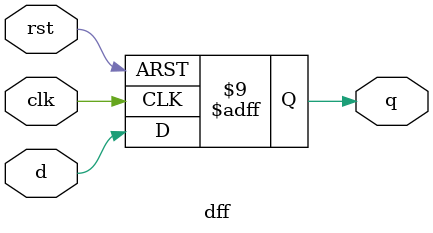
<source format=v>
`timescale 1ns / 1ps

module top(
     input clk, rst,
     input [3:0] BCD,
     input negative,
     input [2:0] function_sel,
     input equals,
     output wire[31:0] out,
     output [7:0]   SSC,
	 output [15:0]  SSA
    );
    
    wire[3:0] BCD_0, BCD_1, BCD_2, BCD_3, BCD_4, BCD_5, BCD_6, BCD_7, BCD_8, BCD_9;
    wire[39:0] outBCD;
    wire[31:0] bin;
    wire outneg;
    reg[31:0] a, b;
    reg[2:0] sel;
    reg rst2, neg, equ, display_value;
    wire[79:0] Pass;
	wire[15:0] DP;
	wire[1:0] sign;
	reg[4:0] equals_sign, neg_sign;
	reg[3:0] disp_seg[0:9];
	wire[3:0] outBCD_disp[0:9];
	wire[49:0] display_numbers;
	integer i;
    
    BCD_Sequence seq1(.clk (clk), .rst (rst2),
                      .BCD (BCD),
                      .BCD_9 (BCD_9), .BCD_8 (BCD_8), .BCD_7 (BCD_7), .BCD_6 (BCD_6), .BCD_5 (BCD_5), .BCD_4 (BCD_4), .BCD_3 (BCD_3), .BCD_2 (BCD_2), .BCD_1 (BCD_1), .BCD_0 (BCD_0)); //OUTPUT
    
    BCD_Binary   bcd1(.clk (clk),
                      .BCD_9 (BCD_9), .BCD_8 (BCD_8), .BCD_7 (BCD_7), .BCD_6 (BCD_6), .BCD_5 (BCD_5), .BCD_4 (BCD_4), .BCD_3 (BCD_3), .BCD_2 (BCD_2), .BCD_1 (BCD_1), .BCD_0 (BCD_0), //INPUT
                      .neg (neg),
                      .bin (bin));
                      
    calc_4_func  calc(.clk (clk),
                      .a (a), .b (b),
                      .sel (sel),
                      .out (out));
                      
    Binary_BCD  b2bcd(.bin_2s (out), 
                      .bcdo (outBCD),
                      .neg (outneg));
    
    Disp_7seg   Disp1(.Pd (Pass),
                      .DP (DP), 
                      .Clk (clk), 
                      .SSC (SSC), .SSA (SSA));
           
    assign                   {outBCD_disp[0], outBCD_disp[1], outBCD_disp[2],
                              outBCD_disp[3], outBCD_disp[4], outBCD_disp[5], 
                              outBCD_disp[6], outBCD_disp[7], outBCD_disp[8], outBCD_disp[9]} = outBCD;         //Unpacks binary to BCD values
    
    assign display_numbers = {{1'b1,disp_seg[0]}, {1'b1,disp_seg[1]}, {1'b1,disp_seg[2]}, 
                              {1'b1,disp_seg[3]}, {1'b1,disp_seg[4]}, {1'b1,disp_seg[5]}, 
                              {1'b1,disp_seg[6]}, {1'b1,disp_seg[7]}, {1'b1,disp_seg[8]}, {1'b1,disp_seg[9]}};                          
    assign sign = {equ, neg};
    assign Pass = {display_numbers, neg_sign, equals_sign, 5'b00000, 5'b00000, 5'b00000, 5'b00000};             //Sends values to display based on case statements on clock
    assign DP = 16'h0000;
    
    always@(posedge clk) begin
        case(display_value)
            2'b00: begin                                    //Displays current BCD Sequence from either a or b
                       disp_seg[0] <= BCD_0;
                       disp_seg[1] <= BCD_1;
                       disp_seg[2] <= BCD_2;
                       disp_seg[3] <= BCD_3;
                       disp_seg[4] <= BCD_4;
                       disp_seg[5] <= BCD_5;
                       disp_seg[6] <= BCD_6;
                       disp_seg[7] <= BCD_7;
                       disp_seg[8] <= BCD_8;
                       disp_seg[9] <= BCD_9;
                   end
            2'b01: begin                                    //Displays calculator BCD output
                       for(i = 0; i < 10; i = i + 1) begin
                           disp_seg[i] <= outBCD_disp[i];
                       end
                   end
        endcase
        
        case(sign)                                          //Changes negative sign and equals sign on display
            2'b00: begin
                   neg_sign = 5'b00000;
                   equals_sign = 5'b00000;
                   end
            2'b01: begin
                   neg_sign = 5'b11010;
                   equals_sign = 5'b00000;
                   end
            2'b10: begin
                   neg_sign = 5'b00000;
                   equals_sign = 5'b11011;
                   end
            2'b11: begin
                   neg_sign = 5'b11010;
                   equals_sign = 5'b11011;
                   end
        endcase
    end
    
    always @(rst) begin     //resets all important values
        a <= 0;
        b <= 0;
        neg <= 0;
        equ <= 0;
        rst2 <= rst;        
        display_value <= 0;
    end
    
    always @(negative) begin
        if(negative != 0) begin
            neg = 1;            //Tells display to show negative sign
        end
    end
    
    always @(function_sel) begin
        if(function_sel != 0) begin
            sel = function_sel;
            a = bin;            //Sets current bcd to binary output to input a
            neg = 0;
            rst2 = 1;           //resets bcd sequence
        end else
            rst2 = 0;           //resets rst2 after letting go of reset button
    end
        
    always @(equals) begin
        if(equals != 0) begin
            equ = 1;            //Tells display to show equals sign
            b = bin;            //Sets current bcd to binary output to input b
					
            display_value = 1;  //Tells display to show Calculator output
        end
    end
    
endmodule


module BCD_Binary(
     input clk,
     input [3:0] BCD_9, BCD_8, BCD_7, BCD_6, BCD_5, BCD_4, BCD_3, BCD_2, BCD_1, BCD_0,
     input neg,
     output reg[31:0] bin
    );
    
    reg[31:0] placeholder[9:0];
    integer i;
    
    always @(posedge clk) begin
        bin = 0;
        placeholder[9] = BCD_9 * 30'd1000000000;    //  Each row multiplies
        placeholder[8] = BCD_8 * 27'd100000000;     //  the BCD value
        placeholder[7] = BCD_7 * 24'd10000000;      //  by the appropriate
        placeholder[6] = BCD_6 * 20'd1000000;       //  power of 10
        placeholder[5] = BCD_5 * 17'd100000;        //  based on what
        placeholder[4] = BCD_4 * 14'd10000;         //  column the BCD
        placeholder[3] = BCD_3 * 10'd1000;          //  was in
        placeholder[2] = BCD_2 *  7'd100;           
        placeholder[1] = BCD_1 *  4'd10;            
        placeholder[0] = {27'h0000000, BCD_0};
    
        for(i = 0; i < 10; i = i + 1) begin     //loop to add all placeholders to binary output
            bin = bin + placeholder[i];
            
            if(neg && i == 9) begin  //Convert number into 2's complement when neg
                bin = ~bin + 1;
            end
        end
    end
endmodule


module Binary_BCD(
    input [31:0] bin_2s,       // 32 bit binary
    output wire[39:0] bcdo,   // 10 digit BCD
    output reg neg          //if the binary value was negative
    );
    reg[41:0] bcd;
    reg[31:0] bin;
    integer i, j;

    always @(bin_2s) begin
        if(bin_2s[31] == 1) begin       //check if number is supposed to be negative
            neg = 1;
            bin = ~bin_2s + 1;
        end
        else begin
            neg = 0;
            bin = bin_2s;
        end
        
        for(i = 0; i <= 41; i = i + 1)
            bcd[i] = 0;                 // initialize with zeros
    
        bcd[31:0] = bin;                                       
    
        for(i = 0; i <= 28; i = i + 1)
            for(j = 0; j <= i/3; j = j+1)
                if (bcd[32-i+4*j -: 4] > 4)                         // if > 4
                    bcd[32-i+4*j -: 4] = bcd[32-i+4*j -: 4] + 4'd3; // add 3
        
    end
    
    assign bcdo = bcd[39:0]; //Truncates bcd to required length for other modules
    
endmodule


module BCD_Sequence(
     input wire clk, rst,
     input wire[3:0] BCD,
     output reg[3:0] BCD_9, BCD_8, BCD_7, BCD_6, BCD_5, BCD_4, BCD_3, BCD_2, BCD_1, BCD_0
    );
    reg[3:0] temp[9:0];
    integer i;
    reg[3:0] d;
    wire[3:0] q;

    dff dff_0(d[0], clk, rst, q[0]);
    dff dff_1(d[1], clk, rst, q[1]);
    dff dff_2(d[2], clk, rst, q[2]);
    dff dff_3(d[3], clk, rst, q[3]);
    
    always @(BCD or rst) begin
        if(~rst) begin
            case(BCD)
                0   :   if(q > 0)
                            temp[q] = BCD;
                        else 
                            d = d - 1;
                1       :   temp[q] = BCD;
                2       :   temp[q] = BCD;
                3       :   temp[q] = BCD;
                4       :   temp[q] = BCD;
                5       :   temp[q] = BCD;
                6       :   temp[q] = BCD;
                7       :   temp[q] = BCD;
                8       :   temp[q] = BCD;
                9       :   temp[q] = BCD;
                default :   d = d - 1;
            endcase
            
            if(q < 10)
                d = d + 1;
            else
                d = d;
            
        end else begin
            for(i = 0; i < 10; i = i + 1) begin
                temp[i] = 4'h0;
								
            end
            
            d = 0;
        end
    end
    
    always @(posedge clk) begin				   
        BCD_0 <= temp[0];
        BCD_1 <= temp[1];
        BCD_2 <= temp[2];
        BCD_3 <= temp[3];
        BCD_4 <= temp[4];
        BCD_5 <= temp[5];
        BCD_6 <= temp[6];
        BCD_7 <= temp[7];
        BCD_8 <= temp[8];
        BCD_9 <= temp[9];
    end
endmodule


module calc_4_func(clk, a, b, sel, out);
    input clk;
    input wire [31:0] a;
    input wire [31:0] b;
    input wire [2:0] sel;
    output reg [31:0] out;
    
    always@(posedge clk) begin
        case(sel)
            3'b001:
                out = a + b;
            3'b010:
                out = a - b;
            3'b011:
                out = a * b;
            3'b100:
                out = a / b;
        endcase
    end
endmodule


module Disp_7seg(
	input     [0:79] Pd,
	input     [15:0] DP,
	input            Clk,
	output    [7:0]  SSC,   //The Segments
	output reg[15:0] SSA);  //The Digit
	
    wire    [4:0] Disp [0:15];
    reg     [3:0] Point;
    reg     [5:0] Point_Plus; 
    wire    [3:0] Digit_to_Show;

    initial begin
        Point <= 4'b0000;
    end
     
    assign {Disp[0], Disp[1], Disp[2], Disp[3],
            Disp[4], Disp[5], Disp[6], Disp[7],
            Disp[8], Disp[9], Disp[10],Disp[11],
            Disp[12],Disp[13],Disp[14],Disp[15]}= Pd;  //Unpack, cant put 2-d array in port 
    //assign Segments = SSC;  
    
    always @(posedge Clk) begin  //This increments the displayed digit
        Point <= Point + 4'b0001;
    end
    
    assign Digit_to_Show = Disp[Point][3:0];
    
    Hex_Dig Inst1 (Digit_to_Show, SSC, DP[Point]);
    
    always @* begin
        Point_Plus = {Disp[Point][4], Point};  //Adds the bit that selects for display or not
        case (Point_Plus)   
            5'b10000:SSA = ~(16'b0000000000000001);  //Note:  to lite digit, anode must = 0    
            5'b10001:SSA = ~(16'b0000000000000010);  //Display digit if lead bit is 1 else blank
            5'b10010:SSA = ~(16'b0000000000000100);
            5'b10011:SSA = ~(16'b0000000000001000);
            5'b10100:SSA = ~(16'b0000000000010000);
            5'b10101:SSA = ~(16'b0000000000100000);
            5'b10110:SSA = ~(16'b0000000001000000);
            5'b10111:SSA = ~(16'b0000000010000000);
            5'b11000:SSA = ~(16'b0000000100000000);
            5'b11001:SSA = ~(16'b0000001000000000);
            5'b11010:SSA = ~(16'b0000010000000000);
            5'b11011:SSA = ~(16'b0000100000000000);   
            5'b11100:SSA = ~(16'b0001000000000000);
            5'b11101:SSA = ~(16'b0010000000000000);
            5'b11110:SSA = ~(16'b0100000000000000);
            5'b11111:SSA = ~(16'b1000000000000000);
            default:SSA  = ~(16'b0000000000000000);
        endcase   
    end
endmodule         
          
          
module Hex_Dig (        //This module looks up the seven seg settings for each Hex digit
        input [3:0] Value,
        output reg [7:0] SS,
        input Decimal_Point);
        
        always @* begin
        case (Value) 
             4'h0:  SS[6:0] = ~(7'b0111111);    //Note:  to lite digit, cathode must = 0   
             4'h1:  SS[6:0] = ~(7'b0000110);    //Dummy blank decimal points are included
             4'h2:  SS[6:0] = ~(7'b1011011);   
             4'h3:  SS[6:0] = ~(7'b1001111);   
             4'h4:  SS[6:0] = ~(7'b1100110);   
             4'h5:  SS[6:0] = ~(7'b1101101);   
             4'h6:  SS[6:0] = ~(7'b1111101);   
             4'h7:  SS[6:0] = ~(7'b0000111);   
             4'h8:  SS[6:0] = ~(7'b1111111);   
             4'h9:  SS[6:0] = ~(7'b1100111);   //A through F for special cases
             4'hA:  SS[6:0] = ~(7'b1000000);   //A is minus sign
             4'hB:  SS[6:0] = ~(7'b1000001);   //B is equals sign
             4'hC:  SS[6:0] = ~(7'b0000000);   
             4'hD:  SS[6:0] = ~(7'b0000000);   
             4'hE:  SS[6:0] = ~(7'b0000000);   
             4'hF:  SS[6:0] = ~(7'b0000000);
          default:  SS[6:0] = ~(7'b0000000);
        endcase
        SS[7] = ~Decimal_Point;   
           end
endmodule


module dff(d, clk, rst, q); 
    input d, clk, rst; 
    output reg q; 
    
        always@(posedge clk or posedge rst) begin
            if(rst == 1)
                q <= 0;
            else 
                q <= d;
        end 
endmodule
</source>
